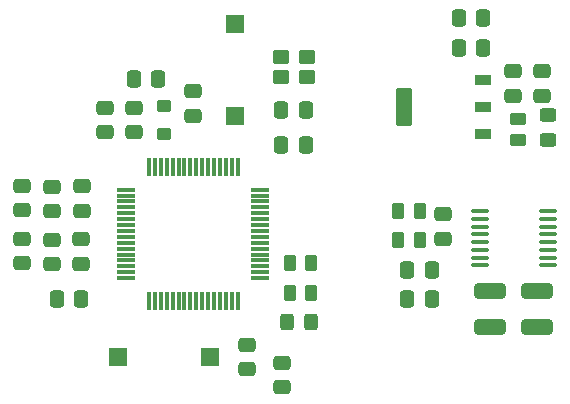
<source format=gbr>
%TF.GenerationSoftware,KiCad,Pcbnew,9.0.5*%
%TF.CreationDate,2025-12-24T21:09:35+07:00*%
%TF.ProjectId,katPCB_2Layers,6b617450-4342-45f3-924c-61796572732e,rev?*%
%TF.SameCoordinates,Original*%
%TF.FileFunction,Paste,Top*%
%TF.FilePolarity,Positive*%
%FSLAX46Y46*%
G04 Gerber Fmt 4.6, Leading zero omitted, Abs format (unit mm)*
G04 Created by KiCad (PCBNEW 9.0.5) date 2025-12-24 21:09:35*
%MOMM*%
%LPD*%
G01*
G04 APERTURE LIST*
G04 Aperture macros list*
%AMRoundRect*
0 Rectangle with rounded corners*
0 $1 Rounding radius*
0 $2 $3 $4 $5 $6 $7 $8 $9 X,Y pos of 4 corners*
0 Add a 4 corners polygon primitive as box body*
4,1,4,$2,$3,$4,$5,$6,$7,$8,$9,$2,$3,0*
0 Add four circle primitives for the rounded corners*
1,1,$1+$1,$2,$3*
1,1,$1+$1,$4,$5*
1,1,$1+$1,$6,$7*
1,1,$1+$1,$8,$9*
0 Add four rect primitives between the rounded corners*
20,1,$1+$1,$2,$3,$4,$5,0*
20,1,$1+$1,$4,$5,$6,$7,0*
20,1,$1+$1,$6,$7,$8,$9,0*
20,1,$1+$1,$8,$9,$2,$3,0*%
G04 Aperture macros list end*
%ADD10RoundRect,0.250000X-0.337500X-0.475000X0.337500X-0.475000X0.337500X0.475000X-0.337500X0.475000X0*%
%ADD11RoundRect,0.100000X0.637500X0.100000X-0.637500X0.100000X-0.637500X-0.100000X0.637500X-0.100000X0*%
%ADD12RoundRect,0.250000X-0.475000X0.337500X-0.475000X-0.337500X0.475000X-0.337500X0.475000X0.337500X0*%
%ADD13RoundRect,0.250000X0.337500X0.475000X-0.337500X0.475000X-0.337500X-0.475000X0.337500X-0.475000X0*%
%ADD14RoundRect,0.250000X-1.075000X0.400000X-1.075000X-0.400000X1.075000X-0.400000X1.075000X0.400000X0*%
%ADD15RoundRect,0.250000X0.475000X-0.337500X0.475000X0.337500X-0.475000X0.337500X-0.475000X-0.337500X0*%
%ADD16R,1.500000X1.500000*%
%ADD17RoundRect,0.250000X-0.450000X-0.350000X0.450000X-0.350000X0.450000X0.350000X-0.450000X0.350000X0*%
%ADD18RoundRect,0.250000X-0.262500X-0.450000X0.262500X-0.450000X0.262500X0.450000X-0.262500X0.450000X0*%
%ADD19RoundRect,0.075000X-0.075000X0.700000X-0.075000X-0.700000X0.075000X-0.700000X0.075000X0.700000X0*%
%ADD20RoundRect,0.075000X-0.700000X0.075000X-0.700000X-0.075000X0.700000X-0.075000X0.700000X0.075000X0*%
%ADD21RoundRect,0.069750X0.585250X0.395250X-0.585250X0.395250X-0.585250X-0.395250X0.585250X-0.395250X0*%
%ADD22RoundRect,0.098250X0.556750X1.521750X-0.556750X1.521750X-0.556750X-1.521750X0.556750X-1.521750X0*%
%ADD23RoundRect,0.250000X0.450000X-0.262500X0.450000X0.262500X-0.450000X0.262500X-0.450000X-0.262500X0*%
%ADD24RoundRect,0.250000X0.325000X0.450000X-0.325000X0.450000X-0.325000X-0.450000X0.325000X-0.450000X0*%
%ADD25RoundRect,0.250000X0.262500X0.450000X-0.262500X0.450000X-0.262500X-0.450000X0.262500X-0.450000X0*%
%ADD26RoundRect,0.250000X-0.350000X0.275000X-0.350000X-0.275000X0.350000X-0.275000X0.350000X0.275000X0*%
%ADD27RoundRect,0.250000X0.450000X-0.325000X0.450000X0.325000X-0.450000X0.325000X-0.450000X-0.325000X0*%
G04 APERTURE END LIST*
D10*
%TO.C,C14*%
X121925000Y-67000000D03*
X124000000Y-67000000D03*
%TD*%
D11*
%TO.C,U4*%
X144500000Y-77150000D03*
X144500000Y-76500000D03*
X144500000Y-75850000D03*
X144500000Y-75200000D03*
X144500000Y-74550000D03*
X144500000Y-73900000D03*
X144500000Y-73250000D03*
X144500000Y-72600000D03*
X138775000Y-72600000D03*
X138775000Y-73250000D03*
X138775000Y-73900000D03*
X138775000Y-74550000D03*
X138775000Y-75200000D03*
X138775000Y-75850000D03*
X138775000Y-76500000D03*
X138775000Y-77150000D03*
%TD*%
D12*
%TO.C,C2*%
X122000000Y-85425000D03*
X122000000Y-87500000D03*
%TD*%
%TO.C,C15*%
X141537500Y-60710000D03*
X141537500Y-62785000D03*
%TD*%
D13*
%TO.C,C10*%
X111537500Y-61350000D03*
X109462500Y-61350000D03*
%TD*%
D12*
%TO.C,C20*%
X105037500Y-70462500D03*
X105037500Y-72537500D03*
%TD*%
D13*
%TO.C,C7*%
X139037500Y-56247500D03*
X136962500Y-56247500D03*
%TD*%
D12*
%TO.C,C16*%
X100017500Y-70425000D03*
X100017500Y-72500000D03*
%TD*%
%TO.C,C19*%
X144037500Y-60710000D03*
X144037500Y-62785000D03*
%TD*%
D14*
%TO.C,R4*%
X143637500Y-79325000D03*
X143637500Y-82425000D03*
%TD*%
D15*
%TO.C,C12*%
X119018750Y-85943750D03*
X119018750Y-83868750D03*
%TD*%
D16*
%TO.C,SW1*%
X118000000Y-64500000D03*
X118000000Y-56700000D03*
%TD*%
D15*
%TO.C,C11*%
X114500000Y-64500000D03*
X114500000Y-62425000D03*
%TD*%
%TO.C,C21*%
X107000000Y-65887500D03*
X107000000Y-63812500D03*
%TD*%
D17*
%TO.C,Y1*%
X121925000Y-61200000D03*
X124125000Y-61200000D03*
X124125000Y-59500000D03*
X121925000Y-59500000D03*
%TD*%
D10*
%TO.C,C17*%
X121925000Y-64000000D03*
X124000000Y-64000000D03*
%TD*%
D18*
%TO.C,R7*%
X131839931Y-75054212D03*
X133664931Y-75054212D03*
%TD*%
D15*
%TO.C,C18*%
X109500000Y-65887500D03*
X109500000Y-63812500D03*
%TD*%
%TO.C,C8*%
X100007500Y-77000000D03*
X100007500Y-74925000D03*
%TD*%
D10*
%TO.C,C4*%
X132627431Y-80054212D03*
X134702431Y-80054212D03*
%TD*%
D12*
%TO.C,C5*%
X135637500Y-72850000D03*
X135637500Y-74925000D03*
%TD*%
D18*
%TO.C,R1*%
X122675000Y-77000000D03*
X124500000Y-77000000D03*
%TD*%
D15*
%TO.C,C9*%
X102527500Y-77075000D03*
X102527500Y-75000000D03*
%TD*%
D12*
%TO.C,C22*%
X102507500Y-70500000D03*
X102507500Y-72575000D03*
%TD*%
D19*
%TO.C,U1*%
X118250000Y-68825000D03*
X117750000Y-68825000D03*
X117250000Y-68825000D03*
X116750000Y-68825000D03*
X116250000Y-68825000D03*
X115750000Y-68825000D03*
X115250000Y-68825000D03*
X114750000Y-68825000D03*
X114250000Y-68825000D03*
X113750000Y-68825000D03*
X113250000Y-68825000D03*
X112750000Y-68825000D03*
X112250000Y-68825000D03*
X111750000Y-68825000D03*
X111250000Y-68825000D03*
X110750000Y-68825000D03*
D20*
X108825000Y-70750000D03*
X108825000Y-71250000D03*
X108825000Y-71750000D03*
X108825000Y-72250000D03*
X108825000Y-72750000D03*
X108825000Y-73250000D03*
X108825000Y-73750000D03*
X108825000Y-74250000D03*
X108825000Y-74750000D03*
X108825000Y-75250000D03*
X108825000Y-75750000D03*
X108825000Y-76250000D03*
X108825000Y-76750000D03*
X108825000Y-77250000D03*
X108825000Y-77750000D03*
X108825000Y-78250000D03*
D19*
X110750000Y-80175000D03*
X111250000Y-80175000D03*
X111750000Y-80175000D03*
X112250000Y-80175000D03*
X112750000Y-80175000D03*
X113250000Y-80175000D03*
X113750000Y-80175000D03*
X114250000Y-80175000D03*
X114750000Y-80175000D03*
X115250000Y-80175000D03*
X115750000Y-80175000D03*
X116250000Y-80175000D03*
X116750000Y-80175000D03*
X117250000Y-80175000D03*
X117750000Y-80175000D03*
X118250000Y-80175000D03*
D20*
X120175000Y-78250000D03*
X120175000Y-77750000D03*
X120175000Y-77250000D03*
X120175000Y-76750000D03*
X120175000Y-76250000D03*
X120175000Y-75750000D03*
X120175000Y-75250000D03*
X120175000Y-74750000D03*
X120175000Y-74250000D03*
X120175000Y-73750000D03*
X120175000Y-73250000D03*
X120175000Y-72750000D03*
X120175000Y-72250000D03*
X120175000Y-71750000D03*
X120175000Y-71250000D03*
X120175000Y-70750000D03*
%TD*%
D10*
%TO.C,C3*%
X132627431Y-77554212D03*
X134702431Y-77554212D03*
%TD*%
D21*
%TO.C,U3*%
X139037500Y-66037500D03*
X139037500Y-63747500D03*
X139037500Y-61457500D03*
D22*
X132347500Y-63747500D03*
%TD*%
D15*
%TO.C,C13*%
X105007500Y-77037500D03*
X105007500Y-74962500D03*
%TD*%
D23*
%TO.C,R6*%
X142000000Y-66578141D03*
X142000000Y-64753141D03*
%TD*%
D24*
%TO.C,D1*%
X124500000Y-82000000D03*
X122450000Y-82000000D03*
%TD*%
D25*
%TO.C,R2*%
X124500000Y-79500000D03*
X122675000Y-79500000D03*
%TD*%
D26*
%TO.C,FB1*%
X112000000Y-63700000D03*
X112000000Y-66000000D03*
%TD*%
D14*
%TO.C,R3*%
X139637500Y-79325000D03*
X139637500Y-82425000D03*
%TD*%
D27*
%TO.C,D2*%
X144500000Y-66525000D03*
X144500000Y-64475000D03*
%TD*%
D16*
%TO.C,SW2*%
X115918750Y-84906250D03*
X108118750Y-84906250D03*
%TD*%
D18*
%TO.C,R5*%
X131839931Y-72554212D03*
X133664931Y-72554212D03*
%TD*%
D13*
%TO.C,C1*%
X105000000Y-80000000D03*
X102925000Y-80000000D03*
%TD*%
%TO.C,C6*%
X139037500Y-58747500D03*
X136962500Y-58747500D03*
%TD*%
M02*

</source>
